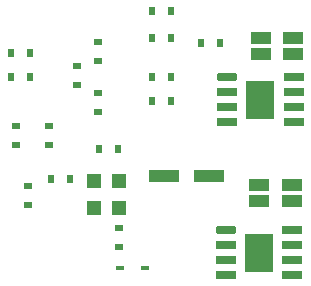
<source format=gtp>
%FSLAX24Y24*%
%MOIN*%
G70*
G01*
G75*
G04 Layer_Color=8421504*
%ADD10R,0.0280X0.0159*%
%ADD11R,0.0450X0.0450*%
%ADD12R,0.0315X0.0236*%
%ADD13R,0.0236X0.0315*%
%ADD14R,0.0689X0.0433*%
%ADD15R,0.0689X0.0256*%
G04:AMPARAMS|DCode=16|XSize=68.9mil|YSize=25.6mil|CornerRadius=0mil|HoleSize=0mil|Usage=FLASHONLY|Rotation=0.000|XOffset=0mil|YOffset=0mil|HoleType=Round|Shape=Octagon|*
%AMOCTAGOND16*
4,1,8,0.0344,-0.0064,0.0344,0.0064,0.0281,0.0128,-0.0281,0.0128,-0.0344,0.0064,-0.0344,-0.0064,-0.0281,-0.0128,0.0281,-0.0128,0.0344,-0.0064,0.0*
%
%ADD16OCTAGOND16*%

%ADD17R,0.0950X0.1300*%
%ADD18R,0.0984X0.0394*%
%ADD19C,0.0100*%
%ADD20C,0.0197*%
%ADD21C,0.0256*%
%ADD22C,0.0787*%
%ADD23C,0.0315*%
%ADD24R,0.0400X0.0850*%
%ADD25R,0.0550X0.0150*%
%ADD26R,0.1000X0.0300*%
%ADD27R,0.0950X0.0700*%
%ADD28R,0.0600X0.0700*%
%ADD29R,0.1575X0.0394*%
%ADD30R,0.1181X0.0394*%
%ADD31R,0.1575X0.1181*%
%ADD32R,0.1181X0.1575*%
%ADD33C,0.0220*%
%ADD34C,0.0250*%
G04:AMPARAMS|DCode=35|XSize=59.1mil|YSize=26.7mil|CornerRadius=0mil|HoleSize=0mil|Usage=FLASHONLY|Rotation=0.000|XOffset=0mil|YOffset=0mil|HoleType=Round|Shape=Octagon|*
%AMOCTAGOND35*
4,1,8,0.0295,-0.0067,0.0295,0.0067,0.0229,0.0133,-0.0229,0.0133,-0.0295,0.0067,-0.0295,-0.0067,-0.0229,-0.0133,0.0229,-0.0133,0.0295,-0.0067,0.0*
%
%ADD35OCTAGOND35*%

%ADD36R,0.0591X0.0267*%
%ADD37R,0.1102X0.0276*%
%ADD38R,0.1063X0.0315*%
%ADD39R,0.1102X0.0236*%
%ADD40R,0.1102X0.0197*%
%ADD41R,0.1142X0.0315*%
%ADD42R,0.1181X0.0354*%
%ADD43R,0.1142X0.0394*%
%ADD44C,0.0050*%
%ADD45C,0.0060*%
%ADD46C,0.0075*%
D10*
X95898Y59557D02*
D03*
X96720D02*
D03*
D11*
X95020Y61587D02*
D03*
Y62487D02*
D03*
X95876Y62468D02*
D03*
Y61568D02*
D03*
D12*
X95880Y60263D02*
D03*
Y60893D02*
D03*
X95180Y66463D02*
D03*
Y67093D02*
D03*
X94480Y65663D02*
D03*
Y66293D02*
D03*
X95180Y65393D02*
D03*
Y64763D02*
D03*
X93543Y63681D02*
D03*
Y64311D02*
D03*
X92830Y62290D02*
D03*
Y61660D02*
D03*
X92430Y63663D02*
D03*
Y64293D02*
D03*
D13*
X93615Y62528D02*
D03*
X94244D02*
D03*
X92265Y65928D02*
D03*
X92894D02*
D03*
X92265Y66728D02*
D03*
X92894D02*
D03*
X98615Y67078D02*
D03*
X99244D02*
D03*
X96965Y65128D02*
D03*
X97594D02*
D03*
X96965Y68128D02*
D03*
X97594D02*
D03*
Y65928D02*
D03*
X96965D02*
D03*
X97594Y67228D02*
D03*
X96965D02*
D03*
X95197Y63533D02*
D03*
X95827D02*
D03*
D14*
X100538Y62354D02*
D03*
X100534Y61802D02*
D03*
X101621D02*
D03*
Y62354D02*
D03*
X100588Y67254D02*
D03*
X100584Y66702D02*
D03*
X101671D02*
D03*
Y67254D02*
D03*
D15*
X101684Y64428D02*
D03*
Y64928D02*
D03*
Y65428D02*
D03*
Y65928D02*
D03*
X99480Y64428D02*
D03*
Y64928D02*
D03*
Y65428D02*
D03*
X101634Y59328D02*
D03*
Y59828D02*
D03*
Y60328D02*
D03*
Y60828D02*
D03*
X99430Y59328D02*
D03*
Y59828D02*
D03*
Y60328D02*
D03*
D16*
X99480Y65928D02*
D03*
X99430Y60828D02*
D03*
D17*
X100580Y65178D02*
D03*
X100530Y60078D02*
D03*
D18*
X97380Y62628D02*
D03*
X98876D02*
D03*
M02*

</source>
